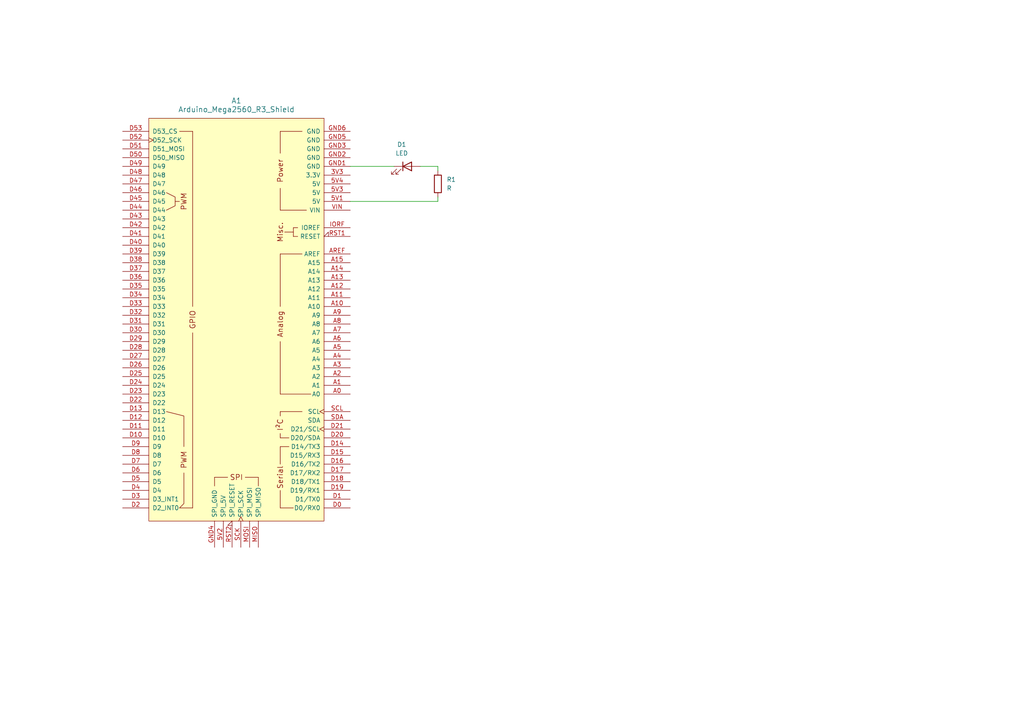
<source format=kicad_sch>
(kicad_sch (version 20250114) (generator "eeschema") (generator_version "9.0")
  (paper "A4")
  (lib_symbols
    (symbol "Device:LED" (pin_numbers (hide yes)) (pin_names (offset 1.016) (hide yes))
      (property "Reference" "D" (at 0 2.54 0))
      (property "Value" "LED" (at 0 -2.54 0))
      (symbol "LED_0_1"
        (polyline (pts (xy -3.048 -0.762) (xy -4.572 -2.286) (xy -3.81 -2.286) (xy -4.572 -2.286) (xy -4.572 -1.524)))
        (polyline (pts (xy -1.778 -0.762) (xy -3.302 -2.286) (xy -2.54 -2.286) (xy -3.302 -2.286) (xy -3.302 -1.524)))
        (polyline (pts (xy -1.27 0) (xy 1.27 0)))
        (polyline (pts (xy -1.27 -1.27) (xy -1.27 1.27)) (stroke (width 0.254)))
        (polyline (pts (xy 1.27 -1.27) (xy 1.27 1.27) (xy -1.27 0) (xy 1.27 -1.27)) (stroke (width 0.254)))
      )
      (symbol "LED_1_1"
        (pin passive line (at -3.81 0 0) (length 2.54) (name "K") (number "1"))
        (pin passive line (at 3.81 0 180) (length 2.54) (name "A") (number "2"))
      )
    )
    (symbol "Device:R" (pin_numbers (hide yes)) (pin_names (offset 0))
      (property "Reference" "R" (at 2.032 0 90))
      (property "Value" "R" (at 0 0 90))
      (symbol "R_0_1"
        (rectangle (start -1.016 -2.54) (end 1.016 2.54) (stroke (width 0.254)))
      )
      (symbol "R_1_1"
        (pin passive line (at 0 3.81 270) (length 1.27) (name "~") (number "1"))
        (pin passive line (at 0 -3.81 90) (length 1.27) (name "~") (number "2"))
      )
    )
    (symbol "PCM_arduino-library:Arduino_Mega2560_R3_Shield" (pin_names (offset 1.016))
      (property "Reference" "A" (at 0 -62.23 0))
      (property "Value" "Arduino_Mega2560_R3_Shield" (at 0 -66.04 0))
      (symbol "Arduino_Mega2560_R3_Shield_0_0"
        (rectangle (start -25.4 -58.42) (end 25.4 58.42) (fill (type background)))
        (polyline (pts (xy -21.59 21.59) (xy -12.7 21.59)))
        (rectangle (start -20.32 -31.75) (end -12.7 -31.75))
        (rectangle (start -19.05 26.67) (end -12.7 26.67))
        (rectangle (start -19.05 -19.05) (end -12.7 -19.05))
        (rectangle (start -19.05 -54.61) (end -12.7 -54.61))
        (rectangle (start -17.78 -24.13) (end -16.51 -24.13))
        (rectangle (start -17.78 -26.67) (end -16.51 -26.67))
        (rectangle (start -16.51 54.61) (end -12.7 54.61))
        (rectangle (start -16.51 -24.13) (end -16.51 -26.67))
        (rectangle (start -16.51 -25.4) (end -13.97 -25.4))
        (rectangle (start -15.24 36.83) (end -12.7 36.83))
        (rectangle (start -15.24 34.29) (end -12.7 34.29))
        (rectangle (start -12.7 49.53) (end -12.7 54.61))
        (rectangle (start -12.7 41.91) (end -12.7 36.83))
        (rectangle (start -12.7 34.29) (end -12.7 33.02))
        (rectangle (start -12.7 26.67) (end -12.7 27.94))
        (polyline (pts (xy -12.7 6.35) (xy -12.7 21.59)))
        (polyline (pts (xy -12.7 -19.05) (xy -12.7 -3.81)))
        (rectangle (start -12.7 -31.75) (end -12.7 -38.1))
        (rectangle (start -12.7 -54.61) (end -12.7 -48.26))
        (rectangle (start -6.35 48.26) (end -6.35 45.72))
        (rectangle (start -2.54 45.72) (end -6.35 45.72))
        (rectangle (start 6.35 48.26) (end 6.35 45.72))
        (rectangle (start 6.35 45.72) (end 2.54 45.72))
        (polyline (pts (xy 12.7 54.61) (xy 16.51 54.61)))
        (polyline (pts (xy 12.7 -54.61) (xy 16.51 -54.61)))
        (polyline (pts (xy 15.24 44.45) (xy 15.24 53.34) (xy 16.51 54.61)))
        (polyline (pts (xy 15.24 36.83) (xy 15.24 27.94) (xy 20.32 26.67)))
        (polyline (pts (xy 17.78 -34.29) (xy 16.51 -34.29)))
        (polyline (pts (xy 20.32 -31.75) (xy 17.78 -33.02) (xy 17.78 -35.56) (xy 20.32 -36.83)))
        (text "Serial" (at -12.7 45.72 900) (effects (font (size 1.524 1.524))))
        (text "I²C" (at -12.7 30.48 900) (effects (font (size 1.524 1.524))))
        (text "Analog" (at -12.7 1.27 900) (effects (font (size 1.524 1.524))))
        (text "Misc." (at -12.7 -25.4 900) (effects (font (size 1.524 1.524))))
        (text "Power" (at -12.7 -43.18 900) (effects (font (size 1.524 1.524))))
        (text "SPI" (at 0 45.72 0) (effects (font (size 1.524 1.524))))
        (text "PWM" (at 15.24 40.64 900) (effects (font (size 1.524 1.524))))
        (text "PWM" (at 15.24 -34.29 900) (effects (font (size 1.524 1.524))))
      )
      (symbol "Arduino_Mega2560_R3_Shield_1_0"
        (rectangle (start 12.7 54.61) (end 12.7 3.81))
        (rectangle (start 12.7 -54.61) (end 12.7 -3.81))
        (text "GPIO" (at 12.7 0 900) (effects (font (size 1.524 1.524))))
      )
      (symbol "Arduino_Mega2560_R3_Shield_1_1"
        (pin bidirectional line (at -33.02 54.61 0) (length 7.62) (name "D0/RX0") (number "D0"))
        (pin bidirectional line (at -33.02 52.07 0) (length 7.62) (name "D1/TX0") (number "D1"))
        (pin bidirectional line (at -33.02 49.53 0) (length 7.62) (name "D19/RX1") (number "D19"))
        (pin bidirectional line (at -33.02 46.99 0) (length 7.62) (name "D18/TX1") (number "D18"))
        (pin bidirectional line (at -33.02 44.45 0) (length 7.62) (name "D17/RX2") (number "D17"))
        (pin bidirectional line (at -33.02 41.91 0) (length 7.62) (name "D16/TX2") (number "D16"))
        (pin bidirectional line (at -33.02 39.37 0) (length 7.62) (name "D15/RX3") (number "D15"))
        (pin bidirectional line (at -33.02 36.83 0) (length 7.62) (name "D14/TX3") (number "D14"))
        (pin bidirectional line (at -33.02 34.29 0) (length 7.62) (name "D20/SDA") (number "D20"))
        (pin bidirectional clock (at -33.02 31.75 0) (length 7.62) (name "D21/SCL") (number "D21"))
        (pin bidirectional line (at -33.02 29.21 0) (length 7.62) (name "SDA") (number "SDA"))
        (pin bidirectional clock (at -33.02 26.67 0) (length 7.62) (name "SCL") (number "SCL"))
        (pin bidirectional line (at -33.02 21.59 0) (length 7.62) (name "A0") (number "A0"))
        (pin bidirectional line (at -33.02 19.05 0) (length 7.62) (name "A1") (number "A1"))
        (pin bidirectional line (at -33.02 16.51 0) (length 7.62) (name "A2") (number "A2"))
        (pin bidirectional line (at -33.02 13.97 0) (length 7.62) (name "A3") (number "A3"))
        (pin bidirectional line (at -33.02 11.43 0) (length 7.62) (name "A4") (number "A4"))
        (pin bidirectional line (at -33.02 8.89 0) (length 7.62) (name "A5") (number "A5"))
        (pin bidirectional line (at -33.02 6.35 0) (length 7.62) (name "A6") (number "A6"))
        (pin bidirectional line (at -33.02 3.81 0) (length 7.62) (name "A7") (number "A7"))
        (pin bidirectional line (at -33.02 1.27 0) (length 7.62) (name "A8") (number "A8"))
        (pin bidirectional line (at -33.02 -1.27 0) (length 7.62) (name "A9") (number "A9"))
        (pin bidirectional line (at -33.02 -3.81 0) (length 7.62) (name "A10") (number "A10"))
        (pin bidirectional line (at -33.02 -6.35 0) (length 7.62) (name "A11") (number "A11"))
        (pin bidirectional line (at -33.02 -8.89 0) (length 7.62) (name "A12") (number "A12"))
        (pin bidirectional line (at -33.02 -11.43 0) (length 7.62) (name "A13") (number "A13"))
        (pin bidirectional line (at -33.02 -13.97 0) (length 7.62) (name "A14") (number "A14"))
        (pin bidirectional line (at -33.02 -16.51 0) (length 7.62) (name "A15") (number "A15"))
        (pin input line (at -33.02 -19.05 0) (length 7.62) (name "AREF") (number "AREF"))
        (pin open_collector input_low (at -33.02 -24.13 0) (length 7.62) (name "RESET") (number "RST1"))
        (pin output line (at -33.02 -26.67 0) (length 7.62) (name "IOREF") (number "IORF"))
        (pin power_in line (at -33.02 -31.75 0) (length 7.62) (name "VIN") (number "VIN"))
        (pin power_in line (at -33.02 -34.29 0) (length 7.62) (name "5V") (number "5V1"))
        (pin power_in line (at -33.02 -36.83 0) (length 7.62) (name "5V") (number "5V3"))
        (pin power_in line (at -33.02 -39.37 0) (length 7.62) (name "5V") (number "5V4"))
        (pin power_out line (at -33.02 -41.91 0) (length 7.62) (name "3.3V") (number "3V3"))
        (pin power_in line (at -33.02 -44.45 0) (length 7.62) (name "GND") (number "GND1"))
        (pin power_in line (at -33.02 -46.99 0) (length 7.62) (name "GND") (number "GND2"))
        (pin power_in line (at -33.02 -49.53 0) (length 7.62) (name "GND") (number "GND3"))
        (pin power_in line (at -33.02 -52.07 0) (length 7.62) (name "GND") (number "GND5"))
        (pin power_in line (at -33.02 -54.61 0) (length 7.62) (name "GND") (number "GND6"))
        (pin input line (at -6.35 66.04 270) (length 7.62) (name "SPI_MISO") (number "MISO"))
        (pin output line (at -3.81 66.04 270) (length 7.62) (name "SPI_MOSI") (number "MOSI"))
        (pin output clock (at -1.27 66.04 270) (length 7.62) (name "SPI_SCK") (number "SCK"))
        (pin open_collector input_low (at 1.27 66.04 270) (length 7.62) (name "SPI_RESET") (number "RST2"))
        (pin power_in line (at 3.81 66.04 270) (length 7.62) (name "SPI_5V") (number "5V2"))
        (pin power_in line (at 6.35 66.04 270) (length 7.62) (name "SPI_GND") (number "GND4"))
        (pin bidirectional line (at 33.02 54.61 180) (length 7.62) (name "D2_INT0") (number "D2"))
        (pin bidirectional line (at 33.02 52.07 180) (length 7.62) (name "D3_INT1") (number "D3"))
        (pin bidirectional line (at 33.02 49.53 180) (length 7.62) (name "D4") (number "D4"))
        (pin bidirectional line (at 33.02 46.99 180) (length 7.62) (name "D5") (number "D5"))
        (pin bidirectional line (at 33.02 44.45 180) (length 7.62) (name "D6") (number "D6"))
        (pin bidirectional line (at 33.02 41.91 180) (length 7.62) (name "D7") (number "D7"))
        (pin bidirectional line (at 33.02 39.37 180) (length 7.62) (name "D8") (number "D8"))
        (pin bidirectional line (at 33.02 36.83 180) (length 7.62) (name "D9") (number "D9"))
        (pin bidirectional line (at 33.02 34.29 180) (length 7.62) (name "D10") (number "D10"))
        (pin bidirectional line (at 33.02 31.75 180) (length 7.62) (name "D11") (number "D11"))
        (pin bidirectional line (at 33.02 29.21 180) (length 7.62) (name "D12") (number "D12"))
        (pin bidirectional line (at 33.02 26.67 180) (length 7.62) (name "D13") (number "D13"))
        (pin bidirectional line (at 33.02 24.13 180) (length 7.62) (name "D22") (number "D22"))
        (pin bidirectional line (at 33.02 21.59 180) (length 7.62) (name "D23") (number "D23"))
        (pin bidirectional line (at 33.02 19.05 180) (length 7.62) (name "D24") (number "D24"))
        (pin bidirectional line (at 33.02 16.51 180) (length 7.62) (name "D25") (number "D25"))
        (pin bidirectional line (at 33.02 13.97 180) (length 7.62) (name "D26") (number "D26"))
        (pin bidirectional line (at 33.02 11.43 180) (length 7.62) (name "D27") (number "D27"))
        (pin bidirectional line (at 33.02 8.89 180) (length 7.62) (name "D28") (number "D28"))
        (pin bidirectional line (at 33.02 6.35 180) (length 7.62) (name "D29") (number "D29"))
        (pin bidirectional line (at 33.02 3.81 180) (length 7.62) (name "D30") (number "D30"))
        (pin bidirectional line (at 33.02 1.27 180) (length 7.62) (name "D31") (number "D31"))
        (pin bidirectional line (at 33.02 -1.27 180) (length 7.62) (name "D32") (number "D32"))
        (pin bidirectional line (at 33.02 -3.81 180) (length 7.62) (name "D33") (number "D33"))
        (pin bidirectional line (at 33.02 -6.35 180) (length 7.62) (name "D34") (number "D34"))
        (pin bidirectional line (at 33.02 -8.89 180) (length 7.62) (name "D35") (number "D35"))
        (pin bidirectional line (at 33.02 -11.43 180) (length 7.62) (name "D36") (number "D36"))
        (pin bidirectional line (at 33.02 -13.97 180) (length 7.62) (name "D37") (number "D37"))
        (pin bidirectional line (at 33.02 -16.51 180) (length 7.62) (name "D38") (number "D38"))
        (pin bidirectional line (at 33.02 -19.05 180) (length 7.62) (name "D39") (number "D39"))
        (pin bidirectional line (at 33.02 -21.59 180) (length 7.62) (name "D40") (number "D40"))
        (pin bidirectional line (at 33.02 -24.13 180) (length 7.62) (name "D41") (number "D41"))
        (pin bidirectional line (at 33.02 -26.67 180) (length 7.62) (name "D42") (number "D42"))
        (pin bidirectional line (at 33.02 -29.21 180) (length 7.62) (name "D43") (number "D43"))
        (pin bidirectional line (at 33.02 -31.75 180) (length 7.62) (name "D44") (number "D44"))
        (pin bidirectional line (at 33.02 -34.29 180) (length 7.62) (name "D45") (number "D45"))
        (pin bidirectional line (at 33.02 -36.83 180) (length 7.62) (name "D46") (number "D46"))
        (pin bidirectional line (at 33.02 -39.37 180) (length 7.62) (name "D47") (number "D47"))
        (pin bidirectional line (at 33.02 -41.91 180) (length 7.62) (name "D48") (number "D48"))
        (pin bidirectional line (at 33.02 -44.45 180) (length 7.62) (name "D49") (number "D49"))
        (pin bidirectional line (at 33.02 -46.99 180) (length 7.62) (name "D50_MISO") (number "D50"))
        (pin bidirectional line (at 33.02 -49.53 180) (length 7.62) (name "D51_MOSI") (number "D51"))
        (pin bidirectional clock (at 33.02 -52.07 180) (length 7.62) (name "D52_SCK") (number "D52"))
        (pin bidirectional line (at 33.02 -54.61 180) (length 7.62) (name "D53_CS") (number "D53"))
      )
    )
  )
  (wire (pts (xy 127 48.26) (xy 121.92 48.26)))
  (wire (pts (xy 127 49.53) (xy 127 48.26)))
  (wire (pts (xy 101.6 58.42) (xy 127 58.42)))
  (wire (pts (xy 101.6 48.26) (xy 114.3 48.26)))
  (wire (pts (xy 127 58.42) (xy 127 57.15)))
  (symbol (lib_id "PCM_arduino-library:Arduino_Mega2560_R3_Shield") (at 68.58 92.71 180) (unit 1)
    (property "Reference" "A1" (at 68.58 29.21 0) (effects (font (size 1.524 1.524))))
    (property "Value" "Arduino_Mega2560_R3_Shield" (at 68.58 31.75 0) (effects (font (size 1.524 1.524))))
    (property "Footprint" "PCM_arduino-library:Arduino_Mega2560_R3_Shield" (effects (hide yes)))
    (property "Datasheet" "https://docs.arduino.cc/hardware/mega-2560" (effects (hide yes)))
    (property "Description" "Shield for Arduino Mega 2560 R3" (effects (hide yes)))
  )
  (symbol (lib_id "Device:LED") (at 118.11 48.26 0) (unit 1)
    (property "Reference" "D1" (at 116.5225 41.91 0))
    (property "Value" "LED" (at 116.5225 44.45 0))
    (property "Description" "Light emitting diode" (effects (hide yes)))
    (property "Sim.Pins" "1=K 2=A" (effects (hide yes)))
  )
  (symbol (lib_id "Device:R") (at 127 53.34 0) (unit 1)
    (property "Reference" "R1" (at 129.54 52.0699 0) (effects (justify left)))
    (property "Value" "R" (at 129.54 54.6099 0) (effects (justify left)))
    (property "Description" "Resistor" (effects (hide yes)))
  )
)
</source>
